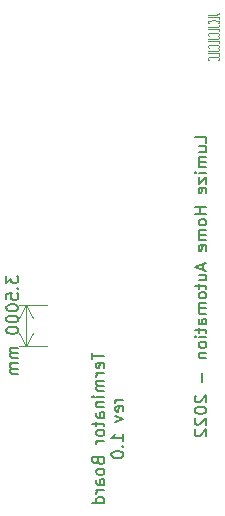
<source format=gbo>
%TF.GenerationSoftware,KiCad,Pcbnew,(6.0.4)*%
%TF.CreationDate,2022-04-04T21:58:21+02:00*%
%TF.ProjectId,TERMINATOR_BOARD,5445524d-494e-4415-944f-525f424f4152,rev?*%
%TF.SameCoordinates,Original*%
%TF.FileFunction,Legend,Bot*%
%TF.FilePolarity,Positive*%
%FSLAX46Y46*%
G04 Gerber Fmt 4.6, Leading zero omitted, Abs format (unit mm)*
G04 Created by KiCad (PCBNEW (6.0.4)) date 2022-04-04 21:58:21*
%MOMM*%
%LPD*%
G01*
G04 APERTURE LIST*
%ADD10C,0.150000*%
%ADD11C,0.070000*%
%ADD12C,0.120000*%
%ADD13C,1.702000*%
%ADD14C,3.300000*%
%ADD15R,1.524000X1.524000*%
%ADD16C,1.524000*%
G04 APERTURE END LIST*
D10*
X119552380Y-62183333D02*
X119552380Y-61707142D01*
X118552380Y-61707142D01*
X118885714Y-62945238D02*
X119552380Y-62945238D01*
X118885714Y-62516666D02*
X119409523Y-62516666D01*
X119504761Y-62564285D01*
X119552380Y-62659523D01*
X119552380Y-62802380D01*
X119504761Y-62897619D01*
X119457142Y-62945238D01*
X119552380Y-63421428D02*
X118885714Y-63421428D01*
X118980952Y-63421428D02*
X118933333Y-63469047D01*
X118885714Y-63564285D01*
X118885714Y-63707142D01*
X118933333Y-63802380D01*
X119028571Y-63850000D01*
X119552380Y-63850000D01*
X119028571Y-63850000D02*
X118933333Y-63897619D01*
X118885714Y-63992857D01*
X118885714Y-64135714D01*
X118933333Y-64230952D01*
X119028571Y-64278571D01*
X119552380Y-64278571D01*
X119552380Y-64754761D02*
X118885714Y-64754761D01*
X118552380Y-64754761D02*
X118600000Y-64707142D01*
X118647619Y-64754761D01*
X118600000Y-64802380D01*
X118552380Y-64754761D01*
X118647619Y-64754761D01*
X118885714Y-65135714D02*
X118885714Y-65659523D01*
X119552380Y-65135714D01*
X119552380Y-65659523D01*
X119504761Y-66421428D02*
X119552380Y-66326190D01*
X119552380Y-66135714D01*
X119504761Y-66040476D01*
X119409523Y-65992857D01*
X119028571Y-65992857D01*
X118933333Y-66040476D01*
X118885714Y-66135714D01*
X118885714Y-66326190D01*
X118933333Y-66421428D01*
X119028571Y-66469047D01*
X119123809Y-66469047D01*
X119219047Y-65992857D01*
X119552380Y-67659523D02*
X118552380Y-67659523D01*
X119028571Y-67659523D02*
X119028571Y-68230952D01*
X119552380Y-68230952D02*
X118552380Y-68230952D01*
X119552380Y-68850000D02*
X119504761Y-68754761D01*
X119457142Y-68707142D01*
X119361904Y-68659523D01*
X119076190Y-68659523D01*
X118980952Y-68707142D01*
X118933333Y-68754761D01*
X118885714Y-68850000D01*
X118885714Y-68992857D01*
X118933333Y-69088095D01*
X118980952Y-69135714D01*
X119076190Y-69183333D01*
X119361904Y-69183333D01*
X119457142Y-69135714D01*
X119504761Y-69088095D01*
X119552380Y-68992857D01*
X119552380Y-68850000D01*
X119552380Y-69611904D02*
X118885714Y-69611904D01*
X118980952Y-69611904D02*
X118933333Y-69659523D01*
X118885714Y-69754761D01*
X118885714Y-69897619D01*
X118933333Y-69992857D01*
X119028571Y-70040476D01*
X119552380Y-70040476D01*
X119028571Y-70040476D02*
X118933333Y-70088095D01*
X118885714Y-70183333D01*
X118885714Y-70326190D01*
X118933333Y-70421428D01*
X119028571Y-70469047D01*
X119552380Y-70469047D01*
X119504761Y-71326190D02*
X119552380Y-71230952D01*
X119552380Y-71040476D01*
X119504761Y-70945238D01*
X119409523Y-70897619D01*
X119028571Y-70897619D01*
X118933333Y-70945238D01*
X118885714Y-71040476D01*
X118885714Y-71230952D01*
X118933333Y-71326190D01*
X119028571Y-71373809D01*
X119123809Y-71373809D01*
X119219047Y-70897619D01*
X119266666Y-72516666D02*
X119266666Y-72992857D01*
X119552380Y-72421428D02*
X118552380Y-72754761D01*
X119552380Y-73088095D01*
X118885714Y-73850000D02*
X119552380Y-73850000D01*
X118885714Y-73421428D02*
X119409523Y-73421428D01*
X119504761Y-73469047D01*
X119552380Y-73564285D01*
X119552380Y-73707142D01*
X119504761Y-73802380D01*
X119457142Y-73850000D01*
X118885714Y-74183333D02*
X118885714Y-74564285D01*
X118552380Y-74326190D02*
X119409523Y-74326190D01*
X119504761Y-74373809D01*
X119552380Y-74469047D01*
X119552380Y-74564285D01*
X119552380Y-75040476D02*
X119504761Y-74945238D01*
X119457142Y-74897619D01*
X119361904Y-74850000D01*
X119076190Y-74850000D01*
X118980952Y-74897619D01*
X118933333Y-74945238D01*
X118885714Y-75040476D01*
X118885714Y-75183333D01*
X118933333Y-75278571D01*
X118980952Y-75326190D01*
X119076190Y-75373809D01*
X119361904Y-75373809D01*
X119457142Y-75326190D01*
X119504761Y-75278571D01*
X119552380Y-75183333D01*
X119552380Y-75040476D01*
X119552380Y-75802380D02*
X118885714Y-75802380D01*
X118980952Y-75802380D02*
X118933333Y-75850000D01*
X118885714Y-75945238D01*
X118885714Y-76088095D01*
X118933333Y-76183333D01*
X119028571Y-76230952D01*
X119552380Y-76230952D01*
X119028571Y-76230952D02*
X118933333Y-76278571D01*
X118885714Y-76373809D01*
X118885714Y-76516666D01*
X118933333Y-76611904D01*
X119028571Y-76659523D01*
X119552380Y-76659523D01*
X119552380Y-77564285D02*
X119028571Y-77564285D01*
X118933333Y-77516666D01*
X118885714Y-77421428D01*
X118885714Y-77230952D01*
X118933333Y-77135714D01*
X119504761Y-77564285D02*
X119552380Y-77469047D01*
X119552380Y-77230952D01*
X119504761Y-77135714D01*
X119409523Y-77088095D01*
X119314285Y-77088095D01*
X119219047Y-77135714D01*
X119171428Y-77230952D01*
X119171428Y-77469047D01*
X119123809Y-77564285D01*
X118885714Y-77897619D02*
X118885714Y-78278571D01*
X118552380Y-78040476D02*
X119409523Y-78040476D01*
X119504761Y-78088095D01*
X119552380Y-78183333D01*
X119552380Y-78278571D01*
X119552380Y-78611904D02*
X118885714Y-78611904D01*
X118552380Y-78611904D02*
X118600000Y-78564285D01*
X118647619Y-78611904D01*
X118600000Y-78659523D01*
X118552380Y-78611904D01*
X118647619Y-78611904D01*
X119552380Y-79230952D02*
X119504761Y-79135714D01*
X119457142Y-79088095D01*
X119361904Y-79040476D01*
X119076190Y-79040476D01*
X118980952Y-79088095D01*
X118933333Y-79135714D01*
X118885714Y-79230952D01*
X118885714Y-79373809D01*
X118933333Y-79469047D01*
X118980952Y-79516666D01*
X119076190Y-79564285D01*
X119361904Y-79564285D01*
X119457142Y-79516666D01*
X119504761Y-79469047D01*
X119552380Y-79373809D01*
X119552380Y-79230952D01*
X118885714Y-79992857D02*
X119552380Y-79992857D01*
X118980952Y-79992857D02*
X118933333Y-80040476D01*
X118885714Y-80135714D01*
X118885714Y-80278571D01*
X118933333Y-80373809D01*
X119028571Y-80421428D01*
X119552380Y-80421428D01*
X119171428Y-81659523D02*
X119171428Y-82421428D01*
X118647619Y-83611904D02*
X118600000Y-83659523D01*
X118552380Y-83754761D01*
X118552380Y-83992857D01*
X118600000Y-84088095D01*
X118647619Y-84135714D01*
X118742857Y-84183333D01*
X118838095Y-84183333D01*
X118980952Y-84135714D01*
X119552380Y-83564285D01*
X119552380Y-84183333D01*
X118552380Y-84802380D02*
X118552380Y-84897619D01*
X118600000Y-84992857D01*
X118647619Y-85040476D01*
X118742857Y-85088095D01*
X118933333Y-85135714D01*
X119171428Y-85135714D01*
X119361904Y-85088095D01*
X119457142Y-85040476D01*
X119504761Y-84992857D01*
X119552380Y-84897619D01*
X119552380Y-84802380D01*
X119504761Y-84707142D01*
X119457142Y-84659523D01*
X119361904Y-84611904D01*
X119171428Y-84564285D01*
X118933333Y-84564285D01*
X118742857Y-84611904D01*
X118647619Y-84659523D01*
X118600000Y-84707142D01*
X118552380Y-84802380D01*
X118647619Y-85516666D02*
X118600000Y-85564285D01*
X118552380Y-85659523D01*
X118552380Y-85897619D01*
X118600000Y-85992857D01*
X118647619Y-86040476D01*
X118742857Y-86088095D01*
X118838095Y-86088095D01*
X118980952Y-86040476D01*
X119552380Y-85469047D01*
X119552380Y-86088095D01*
X118647619Y-86469047D02*
X118600000Y-86516666D01*
X118552380Y-86611904D01*
X118552380Y-86850000D01*
X118600000Y-86945238D01*
X118647619Y-86992857D01*
X118742857Y-87040476D01*
X118838095Y-87040476D01*
X118980952Y-86992857D01*
X119552380Y-86421428D01*
X119552380Y-87040476D01*
X109897380Y-79971428D02*
X109897380Y-80542857D01*
X110897380Y-80257142D02*
X109897380Y-80257142D01*
X110849761Y-81257142D02*
X110897380Y-81161904D01*
X110897380Y-80971428D01*
X110849761Y-80876190D01*
X110754523Y-80828571D01*
X110373571Y-80828571D01*
X110278333Y-80876190D01*
X110230714Y-80971428D01*
X110230714Y-81161904D01*
X110278333Y-81257142D01*
X110373571Y-81304761D01*
X110468809Y-81304761D01*
X110564047Y-80828571D01*
X110897380Y-81733333D02*
X110230714Y-81733333D01*
X110421190Y-81733333D02*
X110325952Y-81780952D01*
X110278333Y-81828571D01*
X110230714Y-81923809D01*
X110230714Y-82019047D01*
X110897380Y-82352380D02*
X110230714Y-82352380D01*
X110325952Y-82352380D02*
X110278333Y-82400000D01*
X110230714Y-82495238D01*
X110230714Y-82638095D01*
X110278333Y-82733333D01*
X110373571Y-82780952D01*
X110897380Y-82780952D01*
X110373571Y-82780952D02*
X110278333Y-82828571D01*
X110230714Y-82923809D01*
X110230714Y-83066666D01*
X110278333Y-83161904D01*
X110373571Y-83209523D01*
X110897380Y-83209523D01*
X110897380Y-83685714D02*
X110230714Y-83685714D01*
X109897380Y-83685714D02*
X109945000Y-83638095D01*
X109992619Y-83685714D01*
X109945000Y-83733333D01*
X109897380Y-83685714D01*
X109992619Y-83685714D01*
X110230714Y-84161904D02*
X110897380Y-84161904D01*
X110325952Y-84161904D02*
X110278333Y-84209523D01*
X110230714Y-84304761D01*
X110230714Y-84447619D01*
X110278333Y-84542857D01*
X110373571Y-84590476D01*
X110897380Y-84590476D01*
X110897380Y-85495238D02*
X110373571Y-85495238D01*
X110278333Y-85447619D01*
X110230714Y-85352380D01*
X110230714Y-85161904D01*
X110278333Y-85066666D01*
X110849761Y-85495238D02*
X110897380Y-85400000D01*
X110897380Y-85161904D01*
X110849761Y-85066666D01*
X110754523Y-85019047D01*
X110659285Y-85019047D01*
X110564047Y-85066666D01*
X110516428Y-85161904D01*
X110516428Y-85400000D01*
X110468809Y-85495238D01*
X110230714Y-85828571D02*
X110230714Y-86209523D01*
X109897380Y-85971428D02*
X110754523Y-85971428D01*
X110849761Y-86019047D01*
X110897380Y-86114285D01*
X110897380Y-86209523D01*
X110897380Y-86685714D02*
X110849761Y-86590476D01*
X110802142Y-86542857D01*
X110706904Y-86495238D01*
X110421190Y-86495238D01*
X110325952Y-86542857D01*
X110278333Y-86590476D01*
X110230714Y-86685714D01*
X110230714Y-86828571D01*
X110278333Y-86923809D01*
X110325952Y-86971428D01*
X110421190Y-87019047D01*
X110706904Y-87019047D01*
X110802142Y-86971428D01*
X110849761Y-86923809D01*
X110897380Y-86828571D01*
X110897380Y-86685714D01*
X110897380Y-87447619D02*
X110230714Y-87447619D01*
X110421190Y-87447619D02*
X110325952Y-87495238D01*
X110278333Y-87542857D01*
X110230714Y-87638095D01*
X110230714Y-87733333D01*
X110373571Y-89161904D02*
X110421190Y-89304761D01*
X110468809Y-89352380D01*
X110564047Y-89400000D01*
X110706904Y-89400000D01*
X110802142Y-89352380D01*
X110849761Y-89304761D01*
X110897380Y-89209523D01*
X110897380Y-88828571D01*
X109897380Y-88828571D01*
X109897380Y-89161904D01*
X109945000Y-89257142D01*
X109992619Y-89304761D01*
X110087857Y-89352380D01*
X110183095Y-89352380D01*
X110278333Y-89304761D01*
X110325952Y-89257142D01*
X110373571Y-89161904D01*
X110373571Y-88828571D01*
X110897380Y-89971428D02*
X110849761Y-89876190D01*
X110802142Y-89828571D01*
X110706904Y-89780952D01*
X110421190Y-89780952D01*
X110325952Y-89828571D01*
X110278333Y-89876190D01*
X110230714Y-89971428D01*
X110230714Y-90114285D01*
X110278333Y-90209523D01*
X110325952Y-90257142D01*
X110421190Y-90304761D01*
X110706904Y-90304761D01*
X110802142Y-90257142D01*
X110849761Y-90209523D01*
X110897380Y-90114285D01*
X110897380Y-89971428D01*
X110897380Y-91161904D02*
X110373571Y-91161904D01*
X110278333Y-91114285D01*
X110230714Y-91019047D01*
X110230714Y-90828571D01*
X110278333Y-90733333D01*
X110849761Y-91161904D02*
X110897380Y-91066666D01*
X110897380Y-90828571D01*
X110849761Y-90733333D01*
X110754523Y-90685714D01*
X110659285Y-90685714D01*
X110564047Y-90733333D01*
X110516428Y-90828571D01*
X110516428Y-91066666D01*
X110468809Y-91161904D01*
X110897380Y-91638095D02*
X110230714Y-91638095D01*
X110421190Y-91638095D02*
X110325952Y-91685714D01*
X110278333Y-91733333D01*
X110230714Y-91828571D01*
X110230714Y-91923809D01*
X110897380Y-92685714D02*
X109897380Y-92685714D01*
X110849761Y-92685714D02*
X110897380Y-92590476D01*
X110897380Y-92400000D01*
X110849761Y-92304761D01*
X110802142Y-92257142D01*
X110706904Y-92209523D01*
X110421190Y-92209523D01*
X110325952Y-92257142D01*
X110278333Y-92304761D01*
X110230714Y-92400000D01*
X110230714Y-92590476D01*
X110278333Y-92685714D01*
X112507380Y-83947619D02*
X111840714Y-83947619D01*
X112031190Y-83947619D02*
X111935952Y-83995238D01*
X111888333Y-84042857D01*
X111840714Y-84138095D01*
X111840714Y-84233333D01*
X112459761Y-84947619D02*
X112507380Y-84852380D01*
X112507380Y-84661904D01*
X112459761Y-84566666D01*
X112364523Y-84519047D01*
X111983571Y-84519047D01*
X111888333Y-84566666D01*
X111840714Y-84661904D01*
X111840714Y-84852380D01*
X111888333Y-84947619D01*
X111983571Y-84995238D01*
X112078809Y-84995238D01*
X112174047Y-84519047D01*
X111840714Y-85328571D02*
X112507380Y-85566666D01*
X111840714Y-85804761D01*
X112507380Y-87471428D02*
X112507380Y-86900000D01*
X112507380Y-87185714D02*
X111507380Y-87185714D01*
X111650238Y-87090476D01*
X111745476Y-86995238D01*
X111793095Y-86900000D01*
X112412142Y-87900000D02*
X112459761Y-87947619D01*
X112507380Y-87900000D01*
X112459761Y-87852380D01*
X112412142Y-87900000D01*
X112507380Y-87900000D01*
X111507380Y-88566666D02*
X111507380Y-88661904D01*
X111555000Y-88757142D01*
X111602619Y-88804761D01*
X111697857Y-88852380D01*
X111888333Y-88900000D01*
X112126428Y-88900000D01*
X112316904Y-88852380D01*
X112412142Y-88804761D01*
X112459761Y-88757142D01*
X112507380Y-88661904D01*
X112507380Y-88566666D01*
X112459761Y-88471428D01*
X112412142Y-88423809D01*
X112316904Y-88376190D01*
X112126428Y-88328571D01*
X111888333Y-88328571D01*
X111697857Y-88376190D01*
X111602619Y-88423809D01*
X111555000Y-88471428D01*
X111507380Y-88566666D01*
D11*
X119652380Y-51352380D02*
X120366666Y-51352380D01*
X120509523Y-51333333D01*
X120604761Y-51295238D01*
X120652380Y-51238095D01*
X120652380Y-51200000D01*
X120652380Y-51733333D02*
X120652380Y-51542857D01*
X119652380Y-51542857D01*
X120557142Y-52095238D02*
X120604761Y-52076190D01*
X120652380Y-52019047D01*
X120652380Y-51980952D01*
X120604761Y-51923809D01*
X120509523Y-51885714D01*
X120414285Y-51866666D01*
X120223809Y-51847619D01*
X120080952Y-51847619D01*
X119890476Y-51866666D01*
X119795238Y-51885714D01*
X119700000Y-51923809D01*
X119652380Y-51980952D01*
X119652380Y-52019047D01*
X119700000Y-52076190D01*
X119747619Y-52095238D01*
X119652380Y-52380952D02*
X120366666Y-52380952D01*
X120509523Y-52361904D01*
X120604761Y-52323809D01*
X120652380Y-52266666D01*
X120652380Y-52228571D01*
X120652380Y-52761904D02*
X120652380Y-52571428D01*
X119652380Y-52571428D01*
X120557142Y-53123809D02*
X120604761Y-53104761D01*
X120652380Y-53047619D01*
X120652380Y-53009523D01*
X120604761Y-52952380D01*
X120509523Y-52914285D01*
X120414285Y-52895238D01*
X120223809Y-52876190D01*
X120080952Y-52876190D01*
X119890476Y-52895238D01*
X119795238Y-52914285D01*
X119700000Y-52952380D01*
X119652380Y-53009523D01*
X119652380Y-53047619D01*
X119700000Y-53104761D01*
X119747619Y-53123809D01*
X119652380Y-53409523D02*
X120366666Y-53409523D01*
X120509523Y-53390476D01*
X120604761Y-53352380D01*
X120652380Y-53295238D01*
X120652380Y-53257142D01*
X120652380Y-53790476D02*
X120652380Y-53600000D01*
X119652380Y-53600000D01*
X120557142Y-54152380D02*
X120604761Y-54133333D01*
X120652380Y-54076190D01*
X120652380Y-54038095D01*
X120604761Y-53980952D01*
X120509523Y-53942857D01*
X120414285Y-53923809D01*
X120223809Y-53904761D01*
X120080952Y-53904761D01*
X119890476Y-53923809D01*
X119795238Y-53942857D01*
X119700000Y-53980952D01*
X119652380Y-54038095D01*
X119652380Y-54076190D01*
X119700000Y-54133333D01*
X119747619Y-54152380D01*
X119652380Y-54438095D02*
X120366666Y-54438095D01*
X120509523Y-54419047D01*
X120604761Y-54380952D01*
X120652380Y-54323809D01*
X120652380Y-54285714D01*
X120652380Y-54819047D02*
X120652380Y-54628571D01*
X119652380Y-54628571D01*
X120557142Y-55180952D02*
X120604761Y-55161904D01*
X120652380Y-55104761D01*
X120652380Y-55066666D01*
X120604761Y-55009523D01*
X120509523Y-54971428D01*
X120414285Y-54952380D01*
X120223809Y-54933333D01*
X120080952Y-54933333D01*
X119890476Y-54952380D01*
X119795238Y-54971428D01*
X119700000Y-55009523D01*
X119652380Y-55066666D01*
X119652380Y-55104761D01*
X119700000Y-55161904D01*
X119747619Y-55180952D01*
D10*
X102602380Y-73459523D02*
X102602380Y-74078571D01*
X102983333Y-73745238D01*
X102983333Y-73888095D01*
X103030952Y-73983333D01*
X103078571Y-74030952D01*
X103173809Y-74078571D01*
X103411904Y-74078571D01*
X103507142Y-74030952D01*
X103554761Y-73983333D01*
X103602380Y-73888095D01*
X103602380Y-73602380D01*
X103554761Y-73507142D01*
X103507142Y-73459523D01*
X103507142Y-74507142D02*
X103554761Y-74554761D01*
X103602380Y-74507142D01*
X103554761Y-74459523D01*
X103507142Y-74507142D01*
X103602380Y-74507142D01*
X102602380Y-75459523D02*
X102602380Y-74983333D01*
X103078571Y-74935714D01*
X103030952Y-74983333D01*
X102983333Y-75078571D01*
X102983333Y-75316666D01*
X103030952Y-75411904D01*
X103078571Y-75459523D01*
X103173809Y-75507142D01*
X103411904Y-75507142D01*
X103507142Y-75459523D01*
X103554761Y-75411904D01*
X103602380Y-75316666D01*
X103602380Y-75078571D01*
X103554761Y-74983333D01*
X103507142Y-74935714D01*
X102602380Y-76126190D02*
X102602380Y-76221428D01*
X102650000Y-76316666D01*
X102697619Y-76364285D01*
X102792857Y-76411904D01*
X102983333Y-76459523D01*
X103221428Y-76459523D01*
X103411904Y-76411904D01*
X103507142Y-76364285D01*
X103554761Y-76316666D01*
X103602380Y-76221428D01*
X103602380Y-76126190D01*
X103554761Y-76030952D01*
X103507142Y-75983333D01*
X103411904Y-75935714D01*
X103221428Y-75888095D01*
X102983333Y-75888095D01*
X102792857Y-75935714D01*
X102697619Y-75983333D01*
X102650000Y-76030952D01*
X102602380Y-76126190D01*
X102602380Y-77078571D02*
X102602380Y-77173809D01*
X102650000Y-77269047D01*
X102697619Y-77316666D01*
X102792857Y-77364285D01*
X102983333Y-77411904D01*
X103221428Y-77411904D01*
X103411904Y-77364285D01*
X103507142Y-77316666D01*
X103554761Y-77269047D01*
X103602380Y-77173809D01*
X103602380Y-77078571D01*
X103554761Y-76983333D01*
X103507142Y-76935714D01*
X103411904Y-76888095D01*
X103221428Y-76840476D01*
X102983333Y-76840476D01*
X102792857Y-76888095D01*
X102697619Y-76935714D01*
X102650000Y-76983333D01*
X102602380Y-77078571D01*
X102602380Y-78030952D02*
X102602380Y-78126190D01*
X102650000Y-78221428D01*
X102697619Y-78269047D01*
X102792857Y-78316666D01*
X102983333Y-78364285D01*
X103221428Y-78364285D01*
X103411904Y-78316666D01*
X103507142Y-78269047D01*
X103554761Y-78221428D01*
X103602380Y-78126190D01*
X103602380Y-78030952D01*
X103554761Y-77935714D01*
X103507142Y-77888095D01*
X103411904Y-77840476D01*
X103221428Y-77792857D01*
X102983333Y-77792857D01*
X102792857Y-77840476D01*
X102697619Y-77888095D01*
X102650000Y-77935714D01*
X102602380Y-78030952D01*
X103602380Y-79554761D02*
X102935714Y-79554761D01*
X103030952Y-79554761D02*
X102983333Y-79602380D01*
X102935714Y-79697619D01*
X102935714Y-79840476D01*
X102983333Y-79935714D01*
X103078571Y-79983333D01*
X103602380Y-79983333D01*
X103078571Y-79983333D02*
X102983333Y-80030952D01*
X102935714Y-80126190D01*
X102935714Y-80269047D01*
X102983333Y-80364285D01*
X103078571Y-80411904D01*
X103602380Y-80411904D01*
X103602380Y-80888095D02*
X102935714Y-80888095D01*
X103030952Y-80888095D02*
X102983333Y-80935714D01*
X102935714Y-81030952D01*
X102935714Y-81173809D01*
X102983333Y-81269047D01*
X103078571Y-81316666D01*
X103602380Y-81316666D01*
X103078571Y-81316666D02*
X102983333Y-81364285D01*
X102935714Y-81459523D01*
X102935714Y-81602380D01*
X102983333Y-81697619D01*
X103078571Y-81745238D01*
X103602380Y-81745238D01*
D12*
X107000000Y-75900000D02*
X103713580Y-75900000D01*
X107000000Y-79400000D02*
X103713580Y-79400000D01*
X104300000Y-75900000D02*
X104300000Y-79400000D01*
X104300000Y-75900000D02*
X104300000Y-79400000D01*
X104300000Y-75900000D02*
X103713579Y-77026504D01*
X104300000Y-75900000D02*
X104886421Y-77026504D01*
X104300000Y-79400000D02*
X104886421Y-78273496D01*
X104300000Y-79400000D02*
X103713579Y-78273496D01*
%LPC*%
D13*
X115200000Y-93412000D03*
X115200000Y-89912000D03*
X115200000Y-86412000D03*
X115200000Y-82912000D03*
X115200000Y-79412000D03*
X115200000Y-75912000D03*
X115200000Y-72412000D03*
X115200000Y-68912000D03*
D14*
X105265000Y-54992000D03*
X116695000Y-54992000D03*
D15*
X115425000Y-61342000D03*
D16*
X114155000Y-63882000D03*
X112885000Y-61342000D03*
X111615000Y-63882000D03*
X110345000Y-61342000D03*
X109075000Y-63882000D03*
X107805000Y-61342000D03*
X106535000Y-63882000D03*
D13*
X107000000Y-75900000D03*
X107000000Y-79400000D03*
X107000000Y-82900000D03*
X107000000Y-86400000D03*
X107000000Y-89900000D03*
X107000000Y-93400000D03*
M02*

</source>
